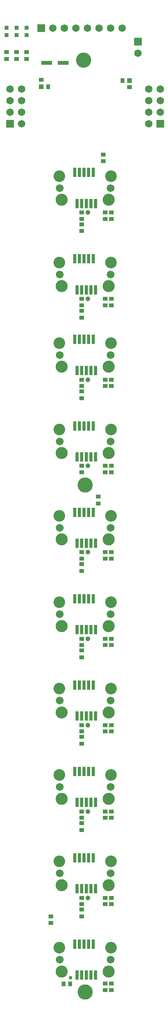
<source format=gts>
%FSLAX25Y25*%
%MOIN*%
G70*
G01*
G75*
G04 Layer_Color=8388736*
%ADD10R,0.03543X0.02756*%
%ADD11R,0.03150X0.03150*%
%ADD12R,0.03543X0.03150*%
%ADD13R,0.02756X0.03543*%
%ADD14R,0.03543X0.03543*%
%ADD15R,0.03150X0.03543*%
%ADD16R,0.08661X0.02756*%
%ADD17R,0.01969X0.07874*%
%ADD18C,0.02500*%
%ADD19C,0.01600*%
%ADD20C,0.01800*%
%ADD21C,0.01500*%
%ADD22C,0.05906*%
%ADD23R,0.05906X0.05906*%
%ADD24C,0.12500*%
%ADD25R,0.05906X0.05906*%
%ADD26C,0.06100*%
%ADD27C,0.04000*%
%ADD28C,0.02500*%
%ADD29C,0.03500*%
%ADD30C,0.09449*%
%ADD31C,0.09843*%
%ADD32C,0.18000*%
%ADD33C,0.12000*%
%ADD34C,0.00787*%
%ADD35C,0.00800*%
%ADD36C,0.01000*%
%ADD37R,0.04143X0.03356*%
%ADD38R,0.03750X0.03750*%
%ADD39R,0.04143X0.03750*%
%ADD40R,0.03356X0.04143*%
%ADD41R,0.04143X0.04143*%
%ADD42R,0.03750X0.04143*%
%ADD43R,0.09261X0.03356*%
%ADD44R,0.02569X0.08474*%
%ADD45C,0.06506*%
%ADD46R,0.06506X0.06506*%
%ADD47C,0.13100*%
%ADD48R,0.06506X0.06506*%
%ADD49C,0.06700*%
%ADD50C,0.03100*%
%ADD51C,0.04100*%
%ADD52C,0.10049*%
%ADD53C,0.10443*%
D37*
X249409Y1187992D02*
D03*
Y1193898D02*
D03*
X338500Y1163547D02*
D03*
X262000Y1169953D02*
D03*
X240649Y1187992D02*
D03*
Y1193898D02*
D03*
X231890Y1187992D02*
D03*
Y1193898D02*
D03*
X270374Y440846D02*
D03*
Y446752D02*
D03*
X297047Y452658D02*
D03*
Y446752D02*
D03*
Y527264D02*
D03*
Y521358D02*
D03*
X296949Y601968D02*
D03*
Y596063D02*
D03*
X297047Y676673D02*
D03*
Y670768D02*
D03*
Y751378D02*
D03*
Y745472D02*
D03*
X311221Y803642D02*
D03*
Y809547D02*
D03*
X297047Y894783D02*
D03*
Y900689D02*
D03*
Y964468D02*
D03*
Y970374D02*
D03*
Y1039173D02*
D03*
Y1045079D02*
D03*
X315748Y1099508D02*
D03*
Y1105413D02*
D03*
D38*
X249410Y1208563D02*
D03*
Y1214862D02*
D03*
X231890Y1208563D02*
D03*
Y1214862D02*
D03*
X240649Y1208563D02*
D03*
Y1214862D02*
D03*
D39*
X297047Y537401D02*
D03*
Y531890D02*
D03*
X297047Y756004D02*
D03*
Y761516D02*
D03*
X322736Y1049705D02*
D03*
Y1055217D02*
D03*
X317520Y1055217D02*
D03*
Y1049705D02*
D03*
X297047Y1055217D02*
D03*
Y1049705D02*
D03*
X322736Y980512D02*
D03*
Y975000D02*
D03*
X317520Y980512D02*
D03*
Y975000D02*
D03*
X297047Y975000D02*
D03*
Y980512D02*
D03*
X322736Y910827D02*
D03*
Y905315D02*
D03*
X317520Y910827D02*
D03*
Y905315D02*
D03*
X297047Y905315D02*
D03*
Y910827D02*
D03*
Y830709D02*
D03*
Y836220D02*
D03*
X317520Y836220D02*
D03*
Y830709D02*
D03*
X322736Y836220D02*
D03*
Y830709D02*
D03*
X317520Y761516D02*
D03*
Y756004D02*
D03*
X322736Y761516D02*
D03*
Y756004D02*
D03*
X317520Y681299D02*
D03*
Y686811D02*
D03*
X322736Y681299D02*
D03*
Y686811D02*
D03*
X297047Y686811D02*
D03*
Y681299D02*
D03*
X322736Y606595D02*
D03*
Y612106D02*
D03*
X296949Y612106D02*
D03*
Y606594D02*
D03*
X317520Y606595D02*
D03*
Y612106D02*
D03*
X322736Y531890D02*
D03*
Y537402D02*
D03*
X317520Y531890D02*
D03*
Y537402D02*
D03*
X322736Y457283D02*
D03*
Y462795D02*
D03*
X317520Y457283D02*
D03*
Y462795D02*
D03*
X297047Y462795D02*
D03*
Y457283D02*
D03*
X322736Y383071D02*
D03*
Y388583D02*
D03*
X317520Y383071D02*
D03*
Y388583D02*
D03*
D40*
X332500Y1169500D02*
D03*
X268000Y1164000D02*
D03*
D41*
X338500Y1169500D02*
D03*
X262000Y1164000D02*
D03*
D42*
X287008Y388484D02*
D03*
X281496D02*
D03*
D43*
X266535Y1184547D02*
D03*
X281102D02*
D03*
D44*
X308858Y694682D02*
D03*
X304921D02*
D03*
X300984D02*
D03*
X297047D02*
D03*
X293110Y694682D02*
D03*
X306890Y721454D02*
D03*
X302953D02*
D03*
X299016D02*
D03*
X295079D02*
D03*
X291142D02*
D03*
Y646768D02*
D03*
X295079D02*
D03*
X299016D02*
D03*
X302953D02*
D03*
X306890D02*
D03*
X293110Y619996D02*
D03*
X297047Y619996D02*
D03*
X300984D02*
D03*
X304921D02*
D03*
X308858D02*
D03*
Y545310D02*
D03*
X304921D02*
D03*
X300984D02*
D03*
X297047D02*
D03*
X293110Y545310D02*
D03*
X306890Y572081D02*
D03*
X302953D02*
D03*
X299016D02*
D03*
X295079D02*
D03*
X291142D02*
D03*
Y497395D02*
D03*
X295079D02*
D03*
X299016D02*
D03*
X302953D02*
D03*
X306890D02*
D03*
X293110Y470623D02*
D03*
X297047Y470623D02*
D03*
X300984D02*
D03*
X304921D02*
D03*
X308858D02*
D03*
Y769369D02*
D03*
X304921D02*
D03*
X300984D02*
D03*
X297047D02*
D03*
X293110Y769369D02*
D03*
X306890Y796140D02*
D03*
X302953D02*
D03*
X299016D02*
D03*
X295079D02*
D03*
X291142D02*
D03*
Y870827D02*
D03*
X295079D02*
D03*
X299016D02*
D03*
X302953D02*
D03*
X306890D02*
D03*
X293110Y844055D02*
D03*
X297047Y844055D02*
D03*
X300984D02*
D03*
X304921D02*
D03*
X308858D02*
D03*
Y918741D02*
D03*
X304921D02*
D03*
X300984D02*
D03*
X297047D02*
D03*
X293110Y918741D02*
D03*
X306890Y945513D02*
D03*
X302953D02*
D03*
X299016D02*
D03*
X295079D02*
D03*
X291142D02*
D03*
Y1015180D02*
D03*
X295079D02*
D03*
X299016D02*
D03*
X302953D02*
D03*
X306890D02*
D03*
X293110Y988408D02*
D03*
X297047Y988408D02*
D03*
X300984D02*
D03*
X304921D02*
D03*
X308858D02*
D03*
Y1063094D02*
D03*
X304921D02*
D03*
X300984D02*
D03*
X297047D02*
D03*
X293110Y1063094D02*
D03*
X306890Y1089866D02*
D03*
X302953D02*
D03*
X299016D02*
D03*
X295079D02*
D03*
X291142D02*
D03*
Y422709D02*
D03*
X295079D02*
D03*
X299016D02*
D03*
X302953D02*
D03*
X306890D02*
D03*
X293110Y395937D02*
D03*
X297047Y395937D02*
D03*
X300984D02*
D03*
X304921D02*
D03*
X308858D02*
D03*
D45*
X235000Y1162000D02*
D03*
X245000Y1132000D02*
D03*
Y1142000D02*
D03*
X235000D02*
D03*
X245000Y1152000D02*
D03*
X235000D02*
D03*
X245000Y1162000D02*
D03*
X355000D02*
D03*
X365000D02*
D03*
X355000Y1152000D02*
D03*
X365000D02*
D03*
X355000Y1142000D02*
D03*
X365000D02*
D03*
X355000Y1132000D02*
D03*
X345669Y1192854D02*
D03*
X272106Y1214665D02*
D03*
X282106D02*
D03*
X292106D02*
D03*
X302106D02*
D03*
X312106D02*
D03*
X322106D02*
D03*
X332106D02*
D03*
D46*
X235000Y1132000D02*
D03*
X365000D02*
D03*
X345669Y1202854D02*
D03*
D47*
X300000Y381299D02*
D03*
X300098Y819685D02*
D03*
X298622Y1186909D02*
D03*
D48*
X262106Y1214665D02*
D03*
D49*
X277953Y708068D02*
D03*
X322047D02*
D03*
Y633382D02*
D03*
X277953D02*
D03*
Y558696D02*
D03*
X322047D02*
D03*
Y484009D02*
D03*
X277953D02*
D03*
Y782755D02*
D03*
X322047D02*
D03*
Y857441D02*
D03*
X277953D02*
D03*
Y932127D02*
D03*
X322047D02*
D03*
Y1001794D02*
D03*
X277953D02*
D03*
Y1076480D02*
D03*
X322047D02*
D03*
Y409323D02*
D03*
X277953D02*
D03*
D50*
X287205Y393701D02*
D03*
D51*
X302264Y462697D02*
D03*
X302362Y537303D02*
D03*
Y611909D02*
D03*
X302461Y686811D02*
D03*
Y761614D02*
D03*
X302362Y836319D02*
D03*
X302461Y910827D02*
D03*
Y980512D02*
D03*
X302264Y1055315D02*
D03*
D52*
X277756Y718304D02*
D03*
X322244D02*
D03*
Y643618D02*
D03*
X277756D02*
D03*
Y568932D02*
D03*
X322244D02*
D03*
Y494245D02*
D03*
X277756D02*
D03*
Y792991D02*
D03*
X322244D02*
D03*
Y867677D02*
D03*
X277756D02*
D03*
Y942363D02*
D03*
X322244D02*
D03*
Y1012030D02*
D03*
X277756D02*
D03*
Y1086716D02*
D03*
X322244D02*
D03*
Y419559D02*
D03*
X277756D02*
D03*
D53*
X279724Y697832D02*
D03*
X320276D02*
D03*
Y623145D02*
D03*
X279724D02*
D03*
Y548459D02*
D03*
X320276D02*
D03*
Y473773D02*
D03*
X279724D02*
D03*
Y772518D02*
D03*
X320276D02*
D03*
Y847204D02*
D03*
X279724D02*
D03*
Y921891D02*
D03*
X320276D02*
D03*
Y991558D02*
D03*
X279724D02*
D03*
Y1066244D02*
D03*
X320276D02*
D03*
Y399087D02*
D03*
X279724D02*
D03*
M02*

</source>
